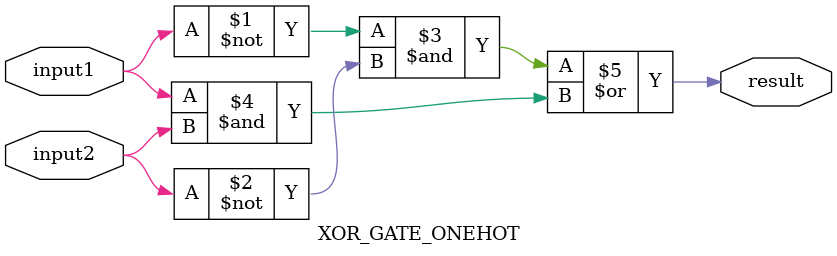
<source format=v>
module XOR_GATE_ONEHOT(	// file.cleaned.mlir:2:3
  input  input1,	// file.cleaned.mlir:2:33
         input2,	// file.cleaned.mlir:2:50
  output result	// file.cleaned.mlir:2:68
);

  assign result = ~input1 & ~input2 | input1 & input2;	// file.cleaned.mlir:4:10, :5:10, :6:10, :7:10, :8:10, :9:5
endmodule


</source>
